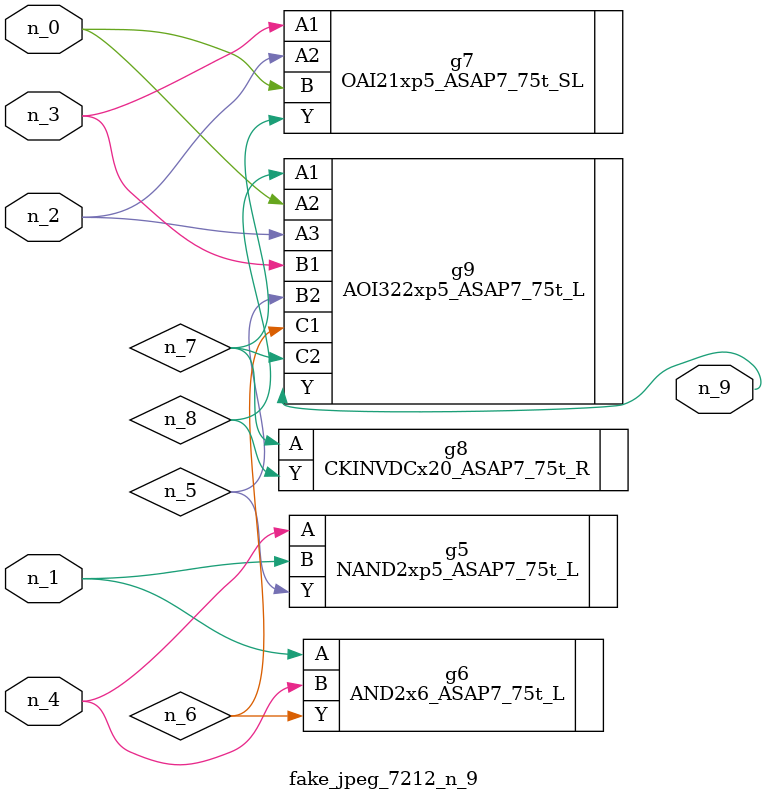
<source format=v>
module fake_jpeg_7212_n_9 (n_3, n_2, n_1, n_0, n_4, n_9);

input n_3;
input n_2;
input n_1;
input n_0;
input n_4;

output n_9;

wire n_8;
wire n_6;
wire n_5;
wire n_7;

NAND2xp5_ASAP7_75t_L g5 ( 
.A(n_4),
.B(n_1),
.Y(n_5)
);

AND2x6_ASAP7_75t_L g6 ( 
.A(n_1),
.B(n_4),
.Y(n_6)
);

OAI21xp5_ASAP7_75t_SL g7 ( 
.A1(n_3),
.A2(n_2),
.B(n_0),
.Y(n_7)
);

CKINVDCx20_ASAP7_75t_R g8 ( 
.A(n_7),
.Y(n_8)
);

AOI322xp5_ASAP7_75t_L g9 ( 
.A1(n_8),
.A2(n_0),
.A3(n_2),
.B1(n_3),
.B2(n_5),
.C1(n_6),
.C2(n_7),
.Y(n_9)
);


endmodule
</source>
